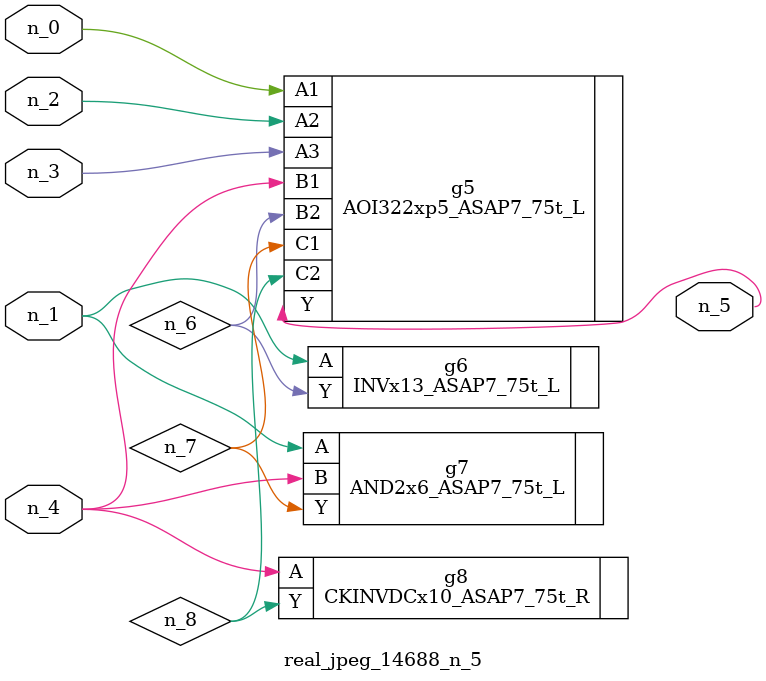
<source format=v>
module real_jpeg_14688_n_5 (n_4, n_0, n_1, n_2, n_3, n_5);

input n_4;
input n_0;
input n_1;
input n_2;
input n_3;

output n_5;

wire n_8;
wire n_6;
wire n_7;

AOI322xp5_ASAP7_75t_L g5 ( 
.A1(n_0),
.A2(n_2),
.A3(n_3),
.B1(n_4),
.B2(n_6),
.C1(n_7),
.C2(n_8),
.Y(n_5)
);

INVx13_ASAP7_75t_L g6 ( 
.A(n_1),
.Y(n_6)
);

AND2x6_ASAP7_75t_L g7 ( 
.A(n_1),
.B(n_4),
.Y(n_7)
);

CKINVDCx10_ASAP7_75t_R g8 ( 
.A(n_4),
.Y(n_8)
);


endmodule
</source>
